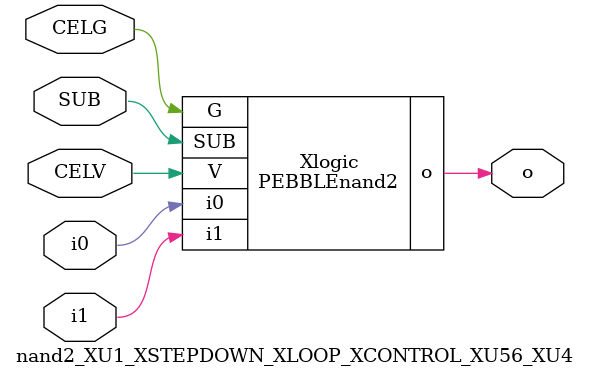
<source format=v>



module PEBBLEnand2 ( o, G, SUB, V, i0, i1 );

  input i0;
  input V;
  input i1;
  input G;
  output o;
  input SUB;
endmodule

//Celera Confidential Do Not Copy nand2_XU1_XSTEPDOWN_XLOOP_XCONTROL_XU56_XU4
//Celera Confidential Symbol Generator
//5V NAND2
module nand2_XU1_XSTEPDOWN_XLOOP_XCONTROL_XU56_XU4 (CELV,CELG,i0,i1,o,SUB);
input CELV;
input CELG;
input i0;
input i1;
input SUB;
output o;

//Celera Confidential Do Not Copy nand2
PEBBLEnand2 Xlogic(
.V (CELV),
.i0 (i0),
.i1 (i1),
.o (o),
.SUB (SUB),
.G (CELG)
);
//,diesize,PEBBLEnand2

//Celera Confidential Do Not Copy Module End
//Celera Schematic Generator
endmodule

</source>
